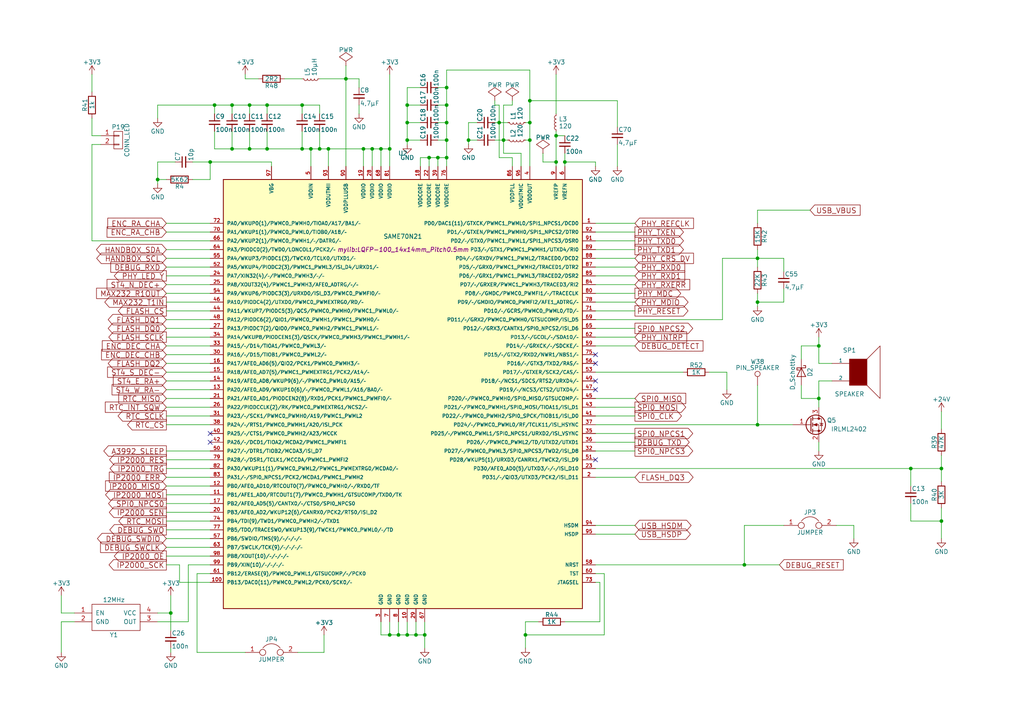
<source format=kicad_sch>
(kicad_sch (version 20231120) (generator "eeschema") (generator_version "8.0")
  (paper "A4")
  (junction (at 113.03 43.18))
  (junction (at 219.71 123.19))
  (junction (at 161.29 46.99))
  (junction (at 127 45.72))
  (junction (at 118.11 40.64))
  (junction (at 123.19 184.15))
  (junction (at 118.11 35.56))
  (junction (at 129.54 25.4))
  (junction (at 219.71 87.63))
  (junction (at 153.67 29.21))
  (junction (at 215.9 163.83))
  (junction (at 95.25 43.18))
  (junction (at 237.49 115.57))
  (junction (at 273.05 151.13))
  (junction (at 219.71 74.93))
  (junction (at 146.05 40.64))
  (junction (at 129.54 30.48))
  (junction (at 129.54 45.72))
  (junction (at 115.57 184.15))
  (junction (at 153.67 35.56))
  (junction (at 60.96 46.99))
  (junction (at 90.17 43.18))
  (junction (at 264.16 135.89))
  (junction (at 120.65 184.15))
  (junction (at 237.49 100.33))
  (junction (at 144.78 35.56))
  (junction (at 62.23 30.48))
  (junction (at 77.47 43.18))
  (junction (at 163.83 46.99))
  (junction (at 72.39 43.18))
  (junction (at 77.47 30.48))
  (junction (at 67.31 30.48))
  (junction (at 45.72 52.07))
  (junction (at 105.41 43.18))
  (junction (at 72.39 30.48))
  (junction (at 107.95 43.18))
  (junction (at 49.53 177.8))
  (junction (at 87.63 30.48))
  (junction (at 87.63 43.18))
  (junction (at 273.05 135.89))
  (junction (at 129.54 35.56))
  (junction (at 161.29 39.37))
  (junction (at 113.03 184.15))
  (junction (at 129.54 40.64))
  (junction (at 110.49 43.18))
  (junction (at 92.71 43.18))
  (junction (at 153.67 40.64))
  (junction (at 67.31 43.18))
  (junction (at 118.11 184.15))
  (junction (at 100.33 22.86))
  (junction (at 124.46 45.72))
  (junction (at 152.4 184.15))
  (junction (at 135.89 40.64))
  (junction (at 118.11 30.48))
  (no_connect (at 172.72 133.35))
  (no_connect (at 60.96 125.73))
  (no_connect (at 172.72 113.03))
  (no_connect (at 60.96 128.27))
  (no_connect (at 172.72 110.49))
  (no_connect (at 172.72 105.41))
  (no_connect (at 172.72 102.87))
  (wire (pts (xy 264.16 146.05) (xy 264.16 151.13)))
  (wire (pts (xy 72.39 33.02) (xy 72.39 30.48)))
  (wire (pts (xy 121.92 45.72) (xy 124.46 45.72)))
  (wire (pts (xy 21.59 180.34) (xy 17.78 180.34)))
  (wire (pts (xy 87.63 43.18) (xy 90.17 43.18)))
  (wire (pts (xy 57.15 189.23) (xy 71.12 189.23)))
  (wire (pts (xy 54.61 163.83) (xy 60.96 163.83)))
  (wire (pts (xy 227.33 152.4) (xy 215.9 152.4)))
  (wire (pts (xy 67.31 33.02) (xy 67.31 30.48)))
  (wire (pts (xy 87.63 30.48) (xy 92.71 30.48)))
  (wire (pts (xy 184.15 130.81) (xy 172.72 130.81)))
  (wire (pts (xy 143.51 40.64) (xy 146.05 40.64)))
  (wire (pts (xy 227.33 87.63) (xy 227.33 83.82)))
  (wire (pts (xy 105.41 43.18) (xy 107.95 43.18)))
  (wire (pts (xy 215.9 152.4) (xy 215.9 163.83)))
  (wire (pts (xy 184.15 64.77) (xy 172.72 64.77)))
  (wire (pts (xy 163.83 39.37) (xy 161.29 39.37)))
  (wire (pts (xy 173.99 180.34) (xy 163.83 180.34)))
  (wire (pts (xy 127 48.26) (xy 127 45.72)))
  (wire (pts (xy 45.72 180.34) (xy 54.61 180.34)))
  (wire (pts (xy 273.05 119.38) (xy 273.05 124.46)))
  (wire (pts (xy 172.72 128.27) (xy 184.15 128.27)))
  (wire (pts (xy 60.96 46.99) (xy 78.74 46.99)))
  (wire (pts (xy 67.31 43.18) (xy 67.31 38.1)))
  (wire (pts (xy 172.72 107.95) (xy 198.12 107.95)))
  (wire (pts (xy 17.78 177.8) (xy 21.59 177.8)))
  (wire (pts (xy 161.29 46.99) (xy 161.29 48.26)))
  (wire (pts (xy 184.15 118.11) (xy 172.72 118.11)))
  (wire (pts (xy 148.59 45.72) (xy 144.78 45.72)))
  (wire (pts (xy 219.71 87.63) (xy 227.33 87.63)))
  (wire (pts (xy 118.11 184.15) (xy 120.65 184.15)))
  (wire (pts (xy 127 45.72) (xy 129.54 45.72)))
  (wire (pts (xy 184.15 115.57) (xy 172.72 115.57)))
  (wire (pts (xy 115.57 184.15) (xy 118.11 184.15)))
  (wire (pts (xy 237.49 100.33) (xy 237.49 105.41)))
  (wire (pts (xy 72.39 30.48) (xy 77.47 30.48)))
  (wire (pts (xy 87.63 33.02) (xy 87.63 30.48)))
  (wire (pts (xy 92.71 43.18) (xy 95.25 43.18)))
  (wire (pts (xy 67.31 30.48) (xy 72.39 30.48)))
  (wire (pts (xy 26.67 34.29) (xy 26.67 39.37)))
  (wire (pts (xy 60.96 85.09) (xy 48.26 85.09)))
  (wire (pts (xy 184.15 97.79) (xy 172.72 97.79)))
  (wire (pts (xy 120.65 184.15) (xy 120.65 180.34)))
  (wire (pts (xy 146.05 30.48) (xy 148.59 30.48)))
  (wire (pts (xy 152.4 180.34) (xy 156.21 180.34)))
  (wire (pts (xy 184.15 138.43) (xy 172.72 138.43)))
  (wire (pts (xy 49.53 177.8) (xy 49.53 182.88)))
  (wire (pts (xy 151.13 48.26) (xy 151.13 44.45)))
  (wire (pts (xy 100.33 22.86) (xy 100.33 48.26)))
  (wire (pts (xy 60.96 102.87) (xy 48.26 102.87)))
  (wire (pts (xy 115.57 184.15) (xy 115.57 180.34)))
  (wire (pts (xy 48.26 146.05) (xy 60.96 146.05)))
  (wire (pts (xy 67.31 43.18) (xy 72.39 43.18)))
  (wire (pts (xy 107.95 43.18) (xy 107.95 48.26)))
  (wire (pts (xy 153.67 20.32) (xy 129.54 20.32)))
  (wire (pts (xy 184.15 125.73) (xy 172.72 125.73)))
  (wire (pts (xy 113.03 43.18) (xy 113.03 48.26)))
  (wire (pts (xy 153.67 35.56) (xy 153.67 40.64)))
  (wire (pts (xy 129.54 35.56) (xy 129.54 40.64)))
  (wire (pts (xy 45.72 52.07) (xy 45.72 53.34)))
  (wire (pts (xy 184.15 100.33) (xy 172.72 100.33)))
  (wire (pts (xy 135.89 35.56) (xy 135.89 40.64)))
  (wire (pts (xy 118.11 184.15) (xy 118.11 180.34)))
  (wire (pts (xy 237.49 110.49) (xy 237.49 115.57)))
  (wire (pts (xy 120.65 184.15) (xy 123.19 184.15)))
  (wire (pts (xy 205.74 107.95) (xy 210.82 107.95)))
  (wire (pts (xy 110.49 184.15) (xy 113.03 184.15)))
  (wire (pts (xy 232.41 111.76) (xy 232.41 115.57)))
  (wire (pts (xy 92.71 22.86) (xy 100.33 22.86)))
  (wire (pts (xy 184.15 69.85) (xy 172.72 69.85)))
  (wire (pts (xy 52.07 168.91) (xy 60.96 168.91)))
  (wire (pts (xy 163.83 44.45) (xy 163.83 46.99)))
  (wire (pts (xy 161.29 38.1) (xy 161.29 39.37)))
  (wire (pts (xy 184.15 82.55) (xy 172.72 82.55)))
  (wire (pts (xy 110.49 43.18) (xy 113.03 43.18)))
  (wire (pts (xy 48.26 100.33) (xy 60.96 100.33)))
  (wire (pts (xy 48.26 130.81) (xy 60.96 130.81)))
  (wire (pts (xy 77.47 30.48) (xy 87.63 30.48)))
  (wire (pts (xy 123.19 180.34) (xy 123.19 184.15)))
  (wire (pts (xy 62.23 30.48) (xy 67.31 30.48)))
  (wire (pts (xy 153.67 40.64) (xy 153.67 48.26)))
  (wire (pts (xy 144.78 35.56) (xy 147.32 35.56)))
  (wire (pts (xy 153.67 40.64) (xy 152.4 40.64)))
  (wire (pts (xy 77.47 43.18) (xy 87.63 43.18)))
  (wire (pts (xy 172.72 90.17) (xy 184.15 90.17)))
  (wire (pts (xy 105.41 43.18) (xy 105.41 48.26)))
  (wire (pts (xy 242.57 152.4) (xy 247.65 152.4)))
  (wire (pts (xy 219.71 74.93) (xy 227.33 74.93)))
  (wire (pts (xy 184.15 95.25) (xy 172.72 95.25)))
  (wire (pts (xy 172.72 48.26) (xy 172.72 46.99)))
  (wire (pts (xy 118.11 40.64) (xy 118.11 41.91)))
  (wire (pts (xy 219.71 72.39) (xy 219.71 74.93)))
  (wire (pts (xy 184.15 85.09) (xy 172.72 85.09)))
  (wire (pts (xy 237.49 97.79) (xy 237.49 100.33)))
  (wire (pts (xy 127 40.64) (xy 129.54 40.64)))
  (wire (pts (xy 90.17 43.18) (xy 92.71 43.18)))
  (wire (pts (xy 129.54 25.4) (xy 129.54 30.48)))
  (wire (pts (xy 60.96 74.93) (xy 48.26 74.93)))
  (wire (pts (xy 48.26 118.11) (xy 60.96 118.11)))
  (wire (pts (xy 57.15 166.37) (xy 57.15 189.23)))
  (wire (pts (xy 219.71 85.09) (xy 219.71 87.63)))
  (wire (pts (xy 129.54 40.64) (xy 129.54 45.72)))
  (wire (pts (xy 60.96 52.07) (xy 55.88 52.07)))
  (wire (pts (xy 135.89 40.64) (xy 135.89 41.91)))
  (wire (pts (xy 54.61 180.34) (xy 54.61 163.83)))
  (wire (pts (xy 219.71 87.63) (xy 219.71 88.9)))
  (wire (pts (xy 184.15 120.65) (xy 172.72 120.65)))
  (wire (pts (xy 153.67 20.32) (xy 153.67 29.21)))
  (wire (pts (xy 121.92 25.4) (xy 118.11 25.4)))
  (wire (pts (xy 62.23 33.02) (xy 62.23 30.48)))
  (wire (pts (xy 48.26 158.75) (xy 60.96 158.75)))
  (wire (pts (xy 60.96 105.41) (xy 48.26 105.41)))
  (wire (pts (xy 172.72 152.4) (xy 184.15 152.4)))
  (wire (pts (xy 232.41 100.33) (xy 237.49 100.33)))
  (wire (pts (xy 60.96 135.89) (xy 48.26 135.89)))
  (wire (pts (xy 184.15 67.31) (xy 172.72 67.31)))
  (wire (pts (xy 219.71 74.93) (xy 219.71 77.47)))
  (wire (pts (xy 172.72 135.89) (xy 264.16 135.89)))
  (wire (pts (xy 26.67 39.37) (xy 29.21 39.37)))
  (wire (pts (xy 104.14 30.48) (xy 104.14 33.02)))
  (wire (pts (xy 153.67 29.21) (xy 153.67 35.56)))
  (wire (pts (xy 52.07 163.83) (xy 52.07 168.91)))
  (wire (pts (xy 184.15 72.39) (xy 172.72 72.39)))
  (wire (pts (xy 50.8 46.99) (xy 45.72 46.99)))
  (wire (pts (xy 60.96 46.99) (xy 60.96 52.07)))
  (wire (pts (xy 232.41 104.14) (xy 232.41 100.33)))
  (wire (pts (xy 95.25 43.18) (xy 105.41 43.18)))
  (wire (pts (xy 127 35.56) (xy 129.54 35.56)))
  (wire (pts (xy 172.72 80.01) (xy 184.15 80.01)))
  (wire (pts (xy 48.26 120.65) (xy 60.96 120.65)))
  (wire (pts (xy 82.55 22.86) (xy 87.63 22.86)))
  (wire (pts (xy 72.39 43.18) (xy 77.47 43.18)))
  (wire (pts (xy 146.05 40.64) (xy 147.32 40.64)))
  (wire (pts (xy 77.47 43.18) (xy 77.47 38.1)))
  (wire (pts (xy 60.96 140.97) (xy 48.26 140.97)))
  (wire (pts (xy 49.53 189.23) (xy 49.53 187.96)))
  (wire (pts (xy 241.3 110.49) (xy 237.49 110.49)))
  (wire (pts (xy 153.67 29.21) (xy 179.07 29.21)))
  (wire (pts (xy 151.13 44.45) (xy 146.05 44.45)))
  (wire (pts (xy 234.95 60.96) (xy 219.71 60.96)))
  (wire (pts (xy 273.05 132.08) (xy 273.05 135.89)))
  (wire (pts (xy 60.96 166.37) (xy 57.15 166.37)))
  (wire (pts (xy 17.78 172.72) (xy 17.78 177.8)))
  (wire (pts (xy 60.96 148.59) (xy 48.26 148.59)))
  (wire (pts (xy 48.26 110.49) (xy 60.96 110.49)))
  (wire (pts (xy 153.67 35.56) (xy 152.4 35.56)))
  (wire (pts (xy 124.46 48.26) (xy 124.46 45.72)))
  (wire (pts (xy 146.05 44.45) (xy 146.05 40.64)))
  (wire (pts (xy 127 25.4) (xy 129.54 25.4)))
  (wire (pts (xy 48.26 87.63) (xy 60.96 87.63)))
  (wire (pts (xy 104.14 22.86) (xy 104.14 25.4)))
  (wire (pts (xy 45.72 30.48) (xy 62.23 30.48)))
  (wire (pts (xy 48.26 153.67) (xy 60.96 153.67)))
  (wire (pts (xy 148.59 48.26) (xy 148.59 45.72)))
  (wire (pts (xy 121.92 48.26) (xy 121.92 45.72)))
  (wire (pts (xy 163.83 46.99) (xy 163.83 48.26)))
  (wire (pts (xy 219.71 111.76) (xy 219.71 123.19)))
  (wire (pts (xy 179.07 48.26) (xy 179.07 41.91)))
  (wire (pts (xy 48.26 151.13) (xy 60.96 151.13)))
  (wire (pts (xy 124.46 45.72) (xy 127 45.72)))
  (wire (pts (xy 48.26 163.83) (xy 52.07 163.83)))
  (wire (pts (xy 264.16 151.13) (xy 273.05 151.13)))
  (wire (pts (xy 45.72 46.99) (xy 45.72 52.07)))
  (wire (pts (xy 148.59 30.48) (xy 148.59 29.21)))
  (wire (pts (xy 219.71 60.96) (xy 219.71 64.77)))
  (wire (pts (xy 118.11 30.48) (xy 118.11 35.56)))
  (wire (pts (xy 60.96 95.25) (xy 48.26 95.25)))
  (wire (pts (xy 232.41 115.57) (xy 237.49 115.57)))
  (wire (pts (xy 144.78 30.48) (xy 143.51 30.48)))
  (wire (pts (xy 237.49 105.41) (xy 241.3 105.41)))
  (wire (pts (xy 72.39 43.18) (xy 72.39 38.1)))
  (wire (pts (xy 60.96 115.57) (xy 48.26 115.57)))
  (wire (pts (xy 121.92 30.48) (xy 118.11 30.48)))
  (wire (pts (xy 215.9 163.83) (xy 226.06 163.83)))
  (wire (pts (xy 237.49 128.27) (xy 237.49 130.81)))
  (wire (pts (xy 77.47 33.02) (xy 77.47 30.48)))
  (wire (pts (xy 172.72 168.91) (xy 173.99 168.91)))
  (wire (pts (xy 172.72 87.63) (xy 184.15 87.63)))
  (wire (pts (xy 60.96 156.21) (xy 48.26 156.21)))
  (wire (pts (xy 210.82 107.95) (xy 210.82 113.03)))
  (wire (pts (xy 45.72 52.07) (xy 48.26 52.07)))
  (wire (pts (xy 219.71 123.19) (xy 229.87 123.19)))
  (wire (pts (xy 17.78 180.34) (xy 17.78 189.23)))
  (wire (pts (xy 172.72 123.19) (xy 219.71 123.19)))
  (wire (pts (xy 71.12 22.86) (xy 74.93 22.86)))
  (wire (pts (xy 209.55 74.93) (xy 219.71 74.93)))
  (wire (pts (xy 110.49 184.15) (xy 110.49 180.34)))
  (wire (pts (xy 45.72 34.29) (xy 45.72 30.48)))
  (wire (pts (xy 138.43 40.64) (xy 135.89 40.64)))
  (wire (pts (xy 227.33 74.93) (xy 227.33 78.74)))
  (wire (pts (xy 60.96 92.71) (xy 48.26 92.71)))
  (wire (pts (xy 95.25 43.18) (xy 95.25 48.26)))
  (wire (pts (xy 172.72 166.37) (xy 175.26 166.37)))
  (wire (pts (xy 60.96 80.01) (xy 48.26 80.01)))
  (wire (pts (xy 48.26 64.77) (xy 60.96 64.77)))
  (wire (pts (xy 118.11 25.4) (xy 118.11 30.48)))
  (wire (pts (xy 55.88 46.99) (xy 60.96 46.99)))
  (wire (pts (xy 179.07 29.21) (xy 179.07 36.83)))
  (wire (pts (xy 60.96 97.79) (xy 48.26 97.79)))
  (wire (pts (xy 29.21 41.91) (xy 26.67 41.91)))
  (wire (pts (xy 273.05 147.32) (xy 273.05 151.13)))
  (wire (pts (xy 26.67 69.85) (xy 60.96 69.85)))
  (wire (pts (xy 92.71 30.48) (xy 92.71 33.02)))
  (wire (pts (xy 92.71 43.18) (xy 92.71 38.1)))
  (wire (pts (xy 209.55 74.93) (xy 209.55 92.71)))
  (wire (pts (xy 71.12 21.59) (xy 71.12 22.86)))
  (wire (pts (xy 87.63 43.18) (xy 87.63 38.1)))
  (wire (pts (xy 100.33 19.05) (xy 100.33 22.86)))
  (wire (pts (xy 123.19 184.15) (xy 123.19 187.96)))
  (wire (pts (xy 48.26 123.19) (xy 60.96 123.19)))
  (wire (pts (xy 127 30.48) (xy 129.54 30.48)))
  (wire (pts (xy 173.99 168.91) (xy 173.99 180.34)))
  (wire (pts (xy 184.15 74.93) (xy 172.72 74.93)))
  (wire (pts (xy 48.26 138.43) (xy 60.96 138.43)))
  (wire (pts (xy 93.98 189.23) (xy 93.98 184.15)))
  (wire (pts (xy 121.92 35.56) (xy 118.11 35.56)))
  (wire (pts (xy 273.05 135.89) (xy 273.05 139.7)))
  (wire (pts (xy 184.15 77.47) (xy 172.72 77.47)))
  (wire (pts (xy 129.54 20.32) (xy 129.54 25.4)))
  (wire (pts (xy 175.26 184.15) (xy 152.4 184.15)))
  (wire (pts (xy 100.33 22.86) (xy 104.14 22.86)))
  (wire (pts (xy 62.23 38.1) (xy 62.23 43.18)))
  (wire (pts (xy 129.54 30.48) (xy 129.54 35.56)))
  (wire (pts (xy 118.11 40.64) (xy 121.92 40.64)))
  (wire (pts (xy 184.15 154.94) (xy 172.72 154.94)))
  (wire (pts (xy 144.78 35.56) (xy 144.78 30.48)))
  (wire (pts (xy 273.05 151.13) (xy 273.05 156.21)))
  (wire (pts (xy 48.26 90.17) (xy 60.96 90.17)))
  (wire (pts (xy 60.96 67.31) (xy 48.26 67.31)))
  (wire (pts (xy 60.96 133.35) (xy 48.26 133.35)))
  (wire (pts (xy 161.29 21.59) (xy 161.29 33.02)))
  (wire (pts (xy 86.36 189.23) (xy 93.98 189.23)))
  (wire (pts (xy 152.4 180.34) (xy 152.4 184.15)))
  (wire (pts (xy 143.51 30.48) (xy 143.51 29.21)))
  (wire (pts (xy 113.03 184.15) (xy 113.03 180.34)))
  (wire (pts (xy 26.67 21.59) (xy 26.67 26.67)))
  (wire (pts (xy 48.26 77.47) (xy 60.96 77.47)))
  (wire (pts (xy 48.26 82.55) (xy 60.96 82.55)))
  (wire (pts (xy 152.4 184.15) (xy 152.4 187.96)))
  (wire (pts (xy 172.72 46.99) (xy 163.83 46.99)))
  (wire (pts (xy 264.16 135.89) (xy 264.16 140.97)))
  (wire (pts (xy 129.54 45.72) (xy 129.54 48.26)))
  (wire (pts (xy 107.95 43.18) (xy 110.49 43.18)))
  (wire (pts (xy 113.03 184.15) (xy 115.57 184.15)))
  (wire (pts (xy 157.48 44.45) (xy 157.48 46.99)))
  (wire (pts (xy 264.16 135.89) (xy 273.05 135.89)))
  (wire (pts (xy 237.49 115.57) (xy 237.49 118.11)))
  (wire (pts (xy 48.26 161.29) (xy 60.96 161.29)))
  (wire (pts (xy 90.17 43.18) (xy 90.17 48.26)))
  (wire (pts (xy 146.05 40.64) (xy 146.05 30.48)))
  (wire (pts (xy 49.53 177.8) (xy 45.72 177.8)))
  (wire (pts (xy 172.72 163.83) (xy 215.9 163.83)))
  (wire (pts (xy 60.96 107.95) (xy 48.26 107.95)))
  (wire (pts (xy 110.49 43.18) (xy 110.49 48.26)))
  (wire (pts (xy 49.53 172.72) (xy 49.53 177.8)))
  (wire (pts (xy 175.26 166.37) (xy 175.26 184.15)))
  (wire (pts (xy 157.48 46.99) (xy 161.29 46.99)))
  (wire (pts (xy 161.29 39.37) (xy 161.29 46.99)))
  (wire (pts (xy 144.78 45.72) (xy 144.78 35.56)))
  (wire (pts (xy 62.23 43.18) (xy 67.31 43.18)))
  (wire (pts (xy 247.65 152.4) (xy 247.65 156.21)))
  (wire (pts (xy 78.74 46.99) (xy 78.74 48.26)))
  (wire (pts (xy 48.26 72.39) (xy 60.96 72.39)))
  (wire (pts (xy 138.43 35.56) (xy 135.89 35.56)))
  (wire (pts (xy 60.96 113.03) (xy 48.26 113.03)))
  (wire (pts (xy 143.51 35.56) (xy 144.78 35.56)))
  (wire (pts (xy 60.96 143.51) (xy 48.26 143.51)))
  (wire (pts (xy 26.67 41.91) (xy 26.67 69.85)))
  (wire (pts (xy 209.55 92.71) (xy 172.72 92.71)))
  (wire (pts (xy 113.03 21.59) (xy 113.03 43.18)))
  (wire (pts (xy 118.11 35.56) (xy 118.11 40.64)))
  (global_label "IP2000_MISO" (shape input) (at 48.26 140.97 180) (effects (font (size 1.524 1.524))) (property "Intersheetrefs" "${INTERSHEET_REFS}" (effects (hide yes))))
  (global_label "MAX232_T1IN" (shape output) (at 48.26 87.63 180) (effects (font (size 1.524 1.524))) (property "Intersheetrefs" "${INTERSHEET_REFS}" (effects (hide yes))))
  (global_label "MAX232_R1OUT" (shape input) (at 48.26 85.09 180) (effects (font (size 1.524 1.524))) (property "Intersheetrefs" "${INTERSHEET_REFS}" (effects (hide yes))))
  (global_label "SPI0_NPCS0" (shape output) (at 48.26 146.05 180) (effects (font (size 1.524 1.524))) (property "Intersheetrefs" "${INTERSHEET_REFS}" (effects (hide yes))))
  (global_label "HANDBOX_SCL" (shape bidirectional) (at 48.26 74.93 180) (effects (font (size 1.524 1.524))) (property "Intersheetrefs" "${INTERSHEET_REFS}" (effects (hide yes))))
  (global_label "ENC_RA_CHB" (shape input) (at 48.26 67.31 180) (effects (font (size 1.524 1.524))) (property "Intersheetrefs" "${INTERSHEET_REFS}" (effects (hide yes))))
  (global_label "FLASH_DQ1" (shape bidirectional) (at 48.26 92.71 180) (effects (font (size 1.524 1.524))) (property "Intersheetrefs" "${INTERSHEET_REFS}" (effects (hide yes))))
  (global_label "PHY_TXEN" (shape output) (at 184.15 67.31 0) (effects (font (size 1.524 1.524))) (property "Intersheetrefs" "${INTERSHEET_REFS}" (effects (hide yes))))
  (global_label "DEBUG_TXD" (shape output) (at 184.15 128.27 0) (effects (font (size 1.524 1.524))) (property "Intersheetrefs" "${INTERSHEET_REFS}" (effects (hide yes))))
  (global_label "FLASH_DQ3" (shape bidirectional) (at 184.15 138.43 0) (effects (font (size 1.524 1.524))) (property "Intersheetrefs" "${INTERSHEET_REFS}" (effects (hide yes))))
  (global_label "FLASH_CS" (shape output) (at 48.26 90.17 180) (effects (font (size 1.524 1.524))) (property "Intersheetrefs" "${INTERSHEET_REFS}" (effects (hide yes))))
  (global_label "DEBUG_RXD" (shape input) (at 48.26 77.47 180) (effects (font (size 1.524 1.524))) (property "Intersheetrefs" "${INTERSHEET_REFS}" (effects (hide yes))))
  (global_label "IP2000_SCK" (shape output) (at 48.26 163.83 180) (effects (font (size 1.524 1.524))) (property "Intersheetrefs" "${INTERSHEET_REFS}" (effects (hide yes))))
  (global_label "DEBUG_SWCLK" (shape input) (at 48.26 158.75 180) (effects (font (size 1.524 1.524))) (property "Intersheetrefs" "${INTERSHEET_REFS}" (effects (hide yes))))
  (global_label "DEBUG_SWDIO" (shape bidirectional) (at 48.26 156.21 180) (effects (font (size 1.524 1.524))) (property "Intersheetrefs" "${INTERSHEET_REFS}" (effects (hide yes))))
  (global_label "PHY_LED_Y" (shape output) (at 48.26 80.01 180) (effects (font (size 1.524 1.524))) (property "Intersheetrefs" "${INTERSHEET_REFS}" (effects (hide yes))))
  (global_label "IP2000_ERR" (shape input) (at 48.26 138.43 180) (effects (font (size 1.524 1.524))) (property "Intersheetrefs" "${INTERSHEET_REFS}" (effects (hide yes))))
  (global_label "ST4_E_RA+" (shape input) (at 48.26 110.49 180) (effects (font (size 1.524 1.524))) (property "Intersheetrefs" "${INTERSHEET_REFS}" (effects (hide yes))))
  (global_label "RTC_INT_SQW" (shape input) (at 48.26 118.11 180) (effects (font (size 1.524 1.524))) (property "Intersheetrefs" "${INTERSHEET_REFS}" (effects (hide yes))))
  (global_label "PHY_MDIO" (shape bidirectional) (at 184.15 87.63 0) (effects (font (size 1.524 1.524))) (property "Intersheetrefs" "${INTERSHEET_REFS}" (effects (hide yes))))
  (global_label "IP2000_SEN" (shape output) (at 48.26 148.59 180) (effects (font (size 1.524 1.524))) (property "Intersheetrefs" "${INTERSHEET_REFS}" (effects (hide yes))))
  (global_label "RTC_CS" (shape output) (at 48.26 123.19 180) (effects (font (size 1.524 1.524))) (property "Intersheetrefs" "${INTERSHEET_REFS}" (effects (hide yes))))
  (global_label "ST4_W_RA-" (shape input) (at 48.26 113.03 180) (effects (font (size 1.524 1.524))) (property "Intersheetrefs" "${INTERSHEET_REFS}" (effects (hide yes))))
  (global_label "DEBUG_DETECT" (shape input) (at 184.15 100.33 0) (effects (font (size 1.524 1.524))) (property "Intersheetrefs" "${INTERSHEET_REFS}" (effects (hide yes))))
  (global_label "FLASH_DQ0" (shape bidirectional) (at 48.26 95.25 180) (effects (font (size 1.524 1.524))) (property "Intersheetrefs" "${INTERSHEET_REFS}" (effects (hide yes))))
  (global_label "IP2000_MOSI" (shape output) (at 48.26 143.51 180) (effects (font (size 1.524 1.524))) (property "Intersheetrefs" "${INTERSHEET_REFS}" (effects (hide yes))))
  (global_label "IP2000_TRG" (shape output) (at 48.26 135.89 180) (effects (font (size 1.524 1.524))) (property "Intersheetrefs" "${INTERSHEET_REFS}" (effects (hide yes))))
  (global_label "FLASH_SCLK" (shape output) (at 48.26 97.79 180) (effects (font (size 1.524 1.524))) (property "Intersheetrefs" "${INTERSHEET_REFS}" (effects (hide yes))))
  (global_label "USB_HSDP" (shape bidirectional) (at 184.15 154.94 0) (effects (font (size 1.524 1.524))) (property "Intersheetrefs" "${INTERSHEET_REFS}" (effects (hide yes))))
  (global_label "IP2000_OE" (shape output) (at 48.26 161.29 180) (effects (font (size 1.524 1.524))) (property "Intersheetrefs" "${INTERSHEET_REFS}" (effects (hide yes))))
  (global_label "USB_VBUS" (shape input) (at 234.95 60.96 0) (effects (font (size 1.524 1.524))) (property "Intersheetrefs" "${INTERSHEET_REFS}" (effects (hide yes))))
  (global_label "SPI0_NPCS1" (shape output) (at 184.15 125.73 0) (effects (font (size 1.524 1.524))) (property "Intersheetrefs" "${INTERSHEET_REFS}" (effects (hide yes))))
  (global_label "ENC_RA_CHA" (shape input) (at 48.26 64.77 180) (effects (font (size 1.524 1.524))) (property "Intersheetrefs" "${INTERSHEET_REFS}" (effects (hide yes))))
  (global_label "PHY_TXD0" (shape output) (at 184.15 69.85 0) (effects (font (size 1.524 1.524))) (property "Intersheetrefs" "${INTERSHEET_REFS}" (effects (hide yes))))
  (global_label "PHY_RXD0" (shape input) (at 184.15 77.47 0) (effects (font (size 1.524 1.524))) (property "Intersheetrefs" "${INTERSHEET_REFS}" (effects (hide yes))))
  (global_label "USB_HSDM" (shape bidirectional) (at 184.15 152.4 0) (effects (font (size 1.524 1.524))) (property "Intersheetrefs" "${INTERSHEET_REFS}" (effects (hide yes))))
  (global_label "RTC_MISO" (shape input) (at 48.26 115.57 180) (effects (font (size 1.524 1.524))) (property "Intersheetrefs" "${INTERSHEET_REFS}" (effects (hide yes))))
  (global_label "ST4_N_DEC+" (shape input) (at 48.26 82.55 180) (effects (font (size 1.524 1.524))) (property "Intersheetrefs" "${INTERSHEET_REFS}" (effects (hide yes))))
  (global_label "SPI0_CLK" (shape output) (at 184.15 120.65 0) (effects (font (size 1.524 1.524))) (property "Intersheetrefs" "${INTERSHEET_REFS}" (effects (hide yes))))
  (global_label "DEBUG_SWO" (shape output) (at 48.26 153.67 180) (effects (font (size 1.524 1.524))) (property "Intersheetrefs" "${INTERSHEET_REFS}" (effects (hide yes))))
  (global_label "ST4_S_DEC-" (shape input) (at 48.26 107.95 180) (effects (font (size 1.524 1.524))) (property "Intersheetrefs" "${INTERSHEET_REFS}" (effects (hide yes))))
  (global_label "ENC_DEC_CHB" (shape input) (at 48.26 102.87 180) (effects (font (size 1.524 1.524))) (property "Intersheetrefs" "${INTERSHEET_REFS}" (effects (hide yes))))
  (global_label "HANDBOX_SDA" (shape bidirectional) (at 48.26 72.39 180) (effects (font (size 1.524 1.524))) (property "Intersheetrefs" "${INTERSHEET_REFS}" (effects (hide yes))))
  (global_label "PHY_RXERR" (shape input) (at 184.15 82.55 0) (effects (font (size 1.524 1.524))) (property "Intersheetrefs" "${INTERSHEET_REFS}" (effects (hide yes))))
  (global_label "SPI0_MISO" (shape input) (at 184.15 115.57 0) (effects (font (size 1.524 1.524))) (property "Intersheetrefs" "${INTERSHEET_REFS}" (effects (hide yes))))
  (global_label "SPI0_NPCS2" (shape output) (at 184.15 95.25 0) (effects (font (size 1.524 1.524))) (property "Intersheetrefs" "${INTERSHEET_REFS}" (effects (hide yes))))
  (global_label "RTC_SCLK" (shape output) (at 48.26 120.65 180) (effects (font (size 1.524 1.524))) (property "Intersheetrefs" "${INTERSHEET_REFS}" (effects (hide yes))))
  (global_label "ENC_DEC_CHA" (shape input) (at 48.26 100.33 180) (effects (font (size 1.524 1.524))) (property "Intersheetrefs" "${INTERSHEET_REFS}" (effects (hide yes))))
  (global_label "PHY_REFCLK" (shape input) (at 184.15 64.77 0) (effects (font (size 1.524 1.524))) (property "Intersheetrefs" "${INTERSHEET_REFS}" (effects (hide yes))))
  (global_label "PHY_CRS_DV" (shape input) (at 184.15 74.93 0) (effects (font (size 1.524 1.524))) (property "Intersheetrefs" "${INTERSHEET_REFS}" (effects (hide yes))))
  (global_label "SPI0_NPCS3" (shape output) (at 184.15 130.81 0) (effects (font (size 1.524 1.524))) (property "Intersheetrefs" "${INTERSHEET_REFS}" (effects (hide yes))))
  (global_label "FLASH_DQ2" (shape bidirectional) (at 48.26 105.41 180) (effects (font (size 1.524 1.524))) (property "Intersheetrefs" "${INTERSHEET_REFS}" (effects (hide yes))))
  (global_label "RTC_MOSI" (shape output) (at 48.26 151.13 180) (effects (font (size 1.524 1.524))) (property "Intersheetrefs" "${INTERSHEET_REFS}" (effects (hide yes))))
  (global_label "PHY_RXD1" (shape input) (at 184.15 80.01 0) (effects (font (size 1.524 1.524))) (property "Intersheetrefs" "${INTERSHEET_REFS}" (effects (hide yes))))
  (global_label "PHY_INTRP" (shape input) (at 184.15 97.79 0) (effects (font (size 1.524 1.524))) (property "Intersheetrefs" "${INTERSHEET_REFS}" (effects (hide yes))))
  (global_label "DEBUG_RESET" (shape input) (at 226.06 163.83 0) (effects (font (size 1.524 1.524))) (property "Intersheetrefs" "${INTERSHEET_REFS}" (effects (hide yes))))
  (global_label "PHY_MDC" (shape output) (at 184.15 85.09 0) (effects (font (size 1.524 1.524))) (property "Intersheetrefs" "${INTERSHEET_REFS}" (effects (hide yes))))
  (global_label "PHY_TXD1" (shape output) (at 184.15 72.39 0) (effects (font (size 1.524 1.524))) (property "Intersheetrefs" "${INTERSHEET_REFS}" (effects (hide yes))))
  (global_label "A3992_SLEEP" (shape output) (at 48.26 130.81 180) (effects (font (size 1.524 1.524))) (property "Intersheetrefs" "${INTERSHEET_REFS}" (effects (hide yes))))
  (global_label "PHY_RESET" (shape output) (at 184.15 90.17 0) (effects (font (size 1.524 1.524))) (property "Intersheetrefs" "${INTERSHEET_REFS}" (effects (hide yes))))
  (global_label "SPI0_MOSI" (shape output) (at 184.15 118.11 0) (effects (font (size 1.524 1.524))) (property "Intersheetrefs" "${INTERSHEET_REFS}" (effects (hide yes))))
  (global_label "IP2000_RES" (shape output) (at 48.26 133.35 180) (effects (font (size 1.524 1.524))) (property "Intersheetrefs" "${INTERSHEET_REFS}" (effects (hide yes))))
  (symbol (lib_name "TEST4-rescue:SAME70N21") (lib_id "TEST4-rescue:SAME70N21") (at 116.84 114.3 0) (unit 1)
    (property "Reference" "U2" (at 116.84 44.45 0))
    (property "Value" "SAME70N21" (at 116.84 68.58 0))
    (property "Footprint" "mylib:LQFP-100_14x14mm_Pitch0.5mm" (at 116.84 72.39 0) (effects (font (italic yes))))
  )
  (symbol (lib_name "TEST4-rescue:+3.3V") (lib_id "TEST4-rescue:+3.3V") (at 113.03 21.59 0) (unit 1)
    (property "Reference" "#PWR023" (effects (hide yes)))
    (property "Value" "+3V3" (at 113.03 18.034 0))
  )
  (symbol (lib_name "TEST4-rescue:GND") (lib_id "TEST4-rescue:GND") (at 123.19 187.96 0) (unit 1)
    (property "Reference" "#PWR024" (effects (hide yes)))
    (property "Value" "GND" (at 123.19 191.77 0))
  )
  (symbol (lib_name "TEST4-rescue:C_Small") (lib_id "TEST4-rescue:C_Small") (at 92.71 35.56 0) (unit 1)
    (property "Reference" "C15" (at 92.964 33.782 0) (effects (justify left)))
    (property "Value" "100n" (at 92.964 37.592 0) (effects (justify left)))
    (property "Footprint" "mylib:C_1206" (effects (hide yes)))
  )
  (symbol (lib_name "TEST4-rescue:C_Small") (lib_id "TEST4-rescue:C_Small") (at 87.63 35.56 0) (unit 1)
    (property "Reference" "C14" (at 87.884 33.782 0) (effects (justify left)))
    (property "Value" "100n" (at 87.884 37.592 0) (effects (justify left)))
    (property "Footprint" "mylib:C_1206" (effects (hide yes)))
  )
  (symbol (lib_name "TEST4-rescue:C_Small") (lib_id "TEST4-rescue:C_Small") (at 77.47 35.56 0) (unit 1)
    (property "Reference" "C12" (at 77.724 33.782 0) (effects (justify left)))
    (property "Value" "100n" (at 77.724 37.592 0) (effects (justify left)))
    (property "Footprint" "mylib:C_1206" (effects (hide yes)))
  )
  (symbol (lib_name "TEST4-rescue:C_Small") (lib_id "TEST4-rescue:C_Small") (at 72.39 35.56 0) (unit 1)
    (property "Reference" "C11" (at 72.644 33.782 0) (effects (justify left)))
    (property "Value" "100n" (at 72.644 37.592 0) (effects (justify left)))
    (property "Footprint" "mylib:C_1206" (effects (hide yes)))
  )
  (symbol (lib_name "TEST4-rescue:C_Small") (lib_id "TEST4-rescue:C_Small") (at 67.31 35.56 0) (unit 1)
    (property "Reference" "C10" (at 67.564 33.782 0) (effects (justify left)))
    (property "Value" "100n" (at 67.564 37.592 0) (effects (justify left)))
    (property "Footprint" "mylib:C_1206" (effects (hide yes)))
  )
  (symbol (lib_name "TEST4-rescue:C_Small") (lib_id "TEST4-rescue:C_Small") (at 62.23 35.56 0) (unit 1)
    (property "Reference" "C9" (at 62.484 33.782 0) (effects (justify left)))
    (property "Value" "100n" (at 62.484 37.592 0) (effects (justify left)))
    (property "Footprint" "mylib:C_1206" (effects (hide yes)))
  )
  (symbol (lib_name "TEST4-rescue:C_Small") (lib_id "TEST4-rescue:C_Small") (at 104.14 27.94 0) (unit 1)
    (property "Reference" "C8" (at 104.394 26.162 0) (effects (justify left)))
    (property "Value" "4,7µF" (at 104.394 29.972 0) (effects (justify left)))
    (property "Footprint" "mylib:C_1206" (effects (hide yes)))
  )
  (symbol (lib_name "TEST4-rescue:GND") (lib_id "TEST4-rescue:GND") (at 45.72 34.29 0) (unit 1)
    (property "Reference" "#PWR025" (effects (hide yes)))
    (property "Value" "GND" (at 45.72 38.1 0))
  )
  (symbol (lib_name "TEST4-rescue:C_Small") (lib_id "TEST4-rescue:C_Small") (at 124.46 30.48 90) (unit 1)
    (property "Reference" "C17" (at 122.682 30.226 0) (effects (justify left)))
    (property "Value" "100n" (at 126.492 30.226 0) (effects (justify left)))
    (property "Footprint" "mylib:C_1206" (effects (hide yes)))
  )
  (symbol (lib_name "TEST4-rescue:C_Small") (lib_id "TEST4-rescue:C_Small") (at 124.46 25.4 90) (unit 1)
    (property "Reference" "C16" (at 122.682 25.146 0) (effects (justify left)))
    (property "Value" "100n" (at 126.492 25.146 0) (effects (justify left)))
    (property "Footprint" "mylib:C_1206" (effects (hide yes)))
  )
  (symbol (lib_name "TEST4-rescue:C_Small") (lib_id "TEST4-rescue:C_Small") (at 124.46 40.64 90) (unit 1)
    (property "Reference" "C19" (at 122.682 40.386 0) (effects (justify left)))
    (property "Value" "100n" (at 126.492 40.386 0) (effects (justify left)))
    (property "Footprint" "mylib:C_1206" (effects (hide yes)))
  )
  (symbol (lib_name "TEST4-rescue:C_Small") (lib_id "TEST4-rescue:C_Small") (at 124.46 35.56 90) (unit 1)
    (property "Reference" "C18" (at 122.682 35.306 0) (effects (justify left)))
    (property "Value" "100n" (at 126.492 35.306 0) (effects (justify left)))
    (property "Footprint" "mylib:C_1206" (effects (hide yes)))
  )
  (symbol (lib_name "TEST4-rescue:GND") (lib_id "TEST4-rescue:GND") (at 118.11 41.91 0) (unit 1)
    (property "Reference" "#PWR026" (effects (hide yes)))
    (property "Value" "GND" (at 118.11 45.72 0))
  )
  (symbol (lib_name "TEST4-rescue:C_Small") (lib_id "TEST4-rescue:C_Small") (at 140.97 35.56 90) (unit 1)
    (property "Reference" "C20" (at 139.192 35.306 0) (effects (justify left)))
    (property "Value" "100n" (at 143.002 35.306 0) (effects (justify left)))
    (property "Footprint" "mylib:C_1206" (effects (hide yes)))
  )
  (symbol (lib_name "TEST4-rescue:C_Small") (lib_id "TEST4-rescue:C_Small") (at 140.97 40.64 90) (unit 1)
    (property "Reference" "C21" (at 139.192 40.386 0) (effects (justify left)))
    (property "Value" "100n" (at 143.002 40.386 0) (effects (justify left)))
    (property "Footprint" "mylib:C_1206" (effects (hide yes)))
  )
  (symbol (lib_name "TEST4-rescue:GND") (lib_id "TEST4-rescue:GND") (at 135.89 41.91 0) (unit 1)
    (property "Reference" "#PWR027" (effects (hide yes)))
    (property "Value" "GND" (at 135.89 45.72 0))
  )
  (symbol (lib_name "TEST4-rescue:PWR") (lib_id "TEST4-rescue:PWR") (at 143.51 29.21 0) (unit 1)
    (property "Reference" "#FLG028" (effects (hide yes)))
    (property "Value" "PWR" (at 143.51 24.638 0))
  )
  (symbol (lib_name "TEST4-rescue:PWR") (lib_id "TEST4-rescue:PWR") (at 148.59 29.21 0) (unit 1)
    (property "Reference" "#FLG029" (effects (hide yes)))
    (property "Value" "PWR" (at 148.59 24.638 0))
  )
  (symbol (lib_name "TEST4-rescue:C_Small") (lib_id "TEST4-rescue:C_Small") (at 53.34 46.99 90) (unit 1)
    (property "Reference" "C7" (at 51.562 46.736 0) (effects (justify left)))
    (property "Value" "10p" (at 55.372 46.736 0) (effects (justify left)))
    (property "Footprint" "mylib:C_1206" (effects (hide yes)))
  )
  (symbol (lib_name "TEST4-rescue:R") (lib_id "TEST4-rescue:R") (at 52.07 52.07 270) (unit 1)
    (property "Reference" "R4" (at 52.07 54.102 90))
    (property "Value" "5K62" (at 52.07 52.07 90))
    (property "Footprint" "mylib:R_0805" (effects (hide yes)))
  )
  (symbol (lib_name "TEST4-rescue:GND") (lib_id "TEST4-rescue:GND") (at 45.72 53.34 0) (unit 1)
    (property "Reference" "#PWR030" (effects (hide yes)))
    (property "Value" "GND" (at 45.72 57.15 0))
  )
  (symbol (lib_name "TEST4-rescue:+3.3V") (lib_id "TEST4-rescue:+3.3V") (at 161.29 21.59 0) (unit 1)
    (property "Reference" "#PWR031" (effects (hide yes)))
    (property "Value" "+3V3" (at 161.29 18.034 0))
  )
  (symbol (lib_name "TEST4-rescue:C_Small") (lib_id "TEST4-rescue:C_Small") (at 163.83 41.91 0) (unit 1)
    (property "Reference" "C22" (at 164.084 40.132 0) (effects (justify left)))
    (property "Value" "100n" (at 164.084 43.942 0) (effects (justify left)))
    (property "Footprint" "mylib:C_1206" (effects (hide yes)))
  )
  (symbol (lib_name "TEST4-rescue:GND") (lib_id "TEST4-rescue:GND") (at 172.72 48.26 0) (unit 1)
    (property "Reference" "#PWR032" (effects (hide yes)))
    (property "Value" "GND" (at 172.72 52.07 0))
  )
  (symbol (lib_name "TEST4-rescue:PWR") (lib_id "TEST4-rescue:PWR") (at 157.48 44.45 0) (unit 1)
    (property "Reference" "#FLG033" (effects (hide yes)))
    (property "Value" "PWR" (at 157.48 39.878 0))
  )
  (symbol (lib_name "TEST4-rescue:GND") (lib_id "TEST4-rescue:GND") (at 17.78 189.23 0) (unit 1)
    (property "Reference" "#PWR034" (effects (hide yes)))
    (property "Value" "GND" (at 17.78 193.04 0))
  )
  (symbol (lib_name "TEST4-rescue:OSC_XO91") (lib_id "TEST4-rescue:OSC_XO91") (at 33.02 179.07 0) (unit 1)
    (property "Reference" "Y1" (at 33.02 184.15 0))
    (property "Value" "12MHz" (at 33.02 173.99 0))
    (property "Footprint" "mylib:TCXO_53" (effects (hide yes)))
  )
  (symbol (lib_name "TEST4-rescue:+3.3V") (lib_id "TEST4-rescue:+3.3V") (at 17.78 172.72 0) (unit 1)
    (property "Reference" "#PWR035" (effects (hide yes)))
    (property "Value" "+3V3" (at 17.78 169.164 0))
  )
  (symbol (lib_name "TEST4-rescue:L_Small") (lib_id "TEST4-rescue:L_Small") (at 149.86 40.64 90) (unit 1)
    (property "Reference" "L2" (at 148.844 39.878 0) (effects (justify left)))
    (property "Value" "120" (at 150.876 39.878 0) (effects (justify left)))
    (property "Footprint" "mylib:C_1207_Reflow" (effects (hide yes)))
  )
  (symbol (lib_name "TEST4-rescue:L_Small") (lib_id "TEST4-rescue:L_Small") (at 149.86 35.56 90) (unit 1)
    (property "Reference" "L1" (at 148.844 34.798 0) (effects (justify left)))
    (property "Value" "120" (at 150.876 34.798 0) (effects (justify left)))
    (property "Footprint" "mylib:C_1207_Reflow" (effects (hide yes)))
  )
  (symbol (lib_name "TEST4-rescue:L_Small") (lib_id "TEST4-rescue:L_Small") (at 161.29 35.56 0) (unit 1)
    (property "Reference" "L3" (at 162.052 34.544 0) (effects (justify left)))
    (property "Value" "120" (at 162.052 36.576 0) (effects (justify left)))
    (property "Footprint" "mylib:C_1207_Reflow" (effects (hide yes)))
  )
  (symbol (lib_name "TEST4-rescue:Q_NMOS_GSD") (lib_id "TEST4-rescue:Q_NMOS_GSD") (at 234.95 123.19 0) (unit 1)
    (property "Reference" "Q5" (at 242.57 121.92 0) (effects (justify right)))
    (property "Value" "IRLML2402" (at 251.46 124.46 0) (effects (justify right)))
    (property "Footprint" "mylib:SOT-23" (effects (hide yes)))
  )
  (symbol (lib_name "TEST4-rescue:GND") (lib_id "TEST4-rescue:GND") (at 237.49 130.81 0) (unit 1)
    (property "Reference" "#PWR036" (effects (hide yes)))
    (property "Value" "GND" (at 237.49 134.62 0))
  )
  (symbol (lib_name "TEST4-rescue:+3.3V") (lib_id "TEST4-rescue:+3.3V") (at 237.49 97.79 0) (unit 1)
    (property "Reference" "#PWR037" (effects (hide yes)))
    (property "Value" "+3V3" (at 237.49 94.234 0))
  )
  (symbol (lib_name "TEST4-rescue:SPEAKER") (lib_id "TEST4-rescue:SPEAKER") (at 248.92 107.95 0) (unit 1)
    (property "Reference" "SP1" (at 246.38 101.6 0))
    (property "Value" "SPEAKER" (at 246.38 114.3 0))
    (property "Footprint" "mylib:DIGISOUND" (effects (hide yes)))
  )
  (symbol (lib_name "TEST4-rescue:D_Schottky") (lib_id "TEST4-rescue:D_Schottky") (at 232.41 107.95 270) (unit 1)
    (property "Reference" "D2" (at 234.95 107.95 0))
    (property "Value" "D_Schottky" (at 229.87 107.95 0))
    (property "Footprint" "mylib:SMA_Handsoldering" (effects (hide yes)))
  )
  (symbol (lib_name "TEST4-rescue:TEST_1P") (lib_id "TEST4-rescue:TEST_1P") (at 219.71 111.76 0) (unit 1)
    (property "Reference" "W38" (at 219.71 104.902 0))
    (property "Value" "PIN_SPEAKER" (at 219.71 106.68 0))
    (property "Footprint" "mylib:TestPad_09mmDrill" (effects (hide yes)))
  )
  (symbol (lib_name "TEST4-rescue:R") (lib_id "TEST4-rescue:R") (at 273.05 128.27 180) (unit 1)
    (property "Reference" "R39" (at 271.018 128.27 90))
    (property "Value" "47K" (at 273.05 128.27 90))
    (property "Footprint" "mylib:R_1206" (effects (hide yes)))
  )
  (symbol (lib_name "TEST4-rescue:R") (lib_id "TEST4-rescue:R") (at 273.05 143.51 180) (unit 1)
    (property "Reference" "R40" (at 271.018 143.51 90))
    (property "Value" "3K" (at 273.05 143.51 90))
    (property "Footprint" "mylib:R_1206" (effects (hide yes)))
  )
  (symbol (lib_name "TEST4-rescue:+24V") (lib_id "TEST4-rescue:+24V") (at 273.05 119.38 0) (unit 1)
    (property "Reference" "#PWR038" (effects (hide yes)))
    (property "Value" "+24V" (at 273.05 115.824 0))
  )
  (symbol (lib_name "TEST4-rescue:GND") (lib_id "TEST4-rescue:GND") (at 273.05 156.21 0) (unit 1)
    (property "Reference" "#PWR039" (effects (hide yes)))
    (property "Value" "GND" (at 273.05 160.02 0))
  )
  (symbol (lib_name "TEST4-rescue:C_Small") (lib_id "TEST4-rescue:C_Small") (at 264.16 143.51 0) (unit 1)
    (property "Reference" "C13" (at 264.414 141.732 0) (effects (justify left)))
    (property "Value" "100n" (at 264.414 145.542 0) (effects (justify left)))
    (property "Footprint" "mylib:C_1206" (effects (hide yes)))
  )
  (symbol (lib_name "TEST4-rescue:JUMPER") (lib_id "TEST4-rescue:JUMPER") (at 78.74 189.23 0) (unit 1)
    (property "Reference" "JP4" (at 78.74 185.42 0))
    (property "Value" "JUMPER" (at 78.74 191.262 0))
    (property "Footprint" "mylib:Pin_Header_Straight_1x02" (effects (hide yes)))
  )
  (symbol (lib_name "TEST4-rescue:+3.3V") (lib_id "TEST4-rescue:+3.3V") (at 93.98 184.15 0) (unit 1)
    (property "Reference" "#PWR040" (effects (hide yes)))
    (property "Value" "+3V3" (at 93.98 180.594 0))
  )
  (symbol (lib_name "TEST4-rescue:R") (lib_id "TEST4-rescue:R") (at 26.67 30.48 180) (unit 1)
    (property "Reference" "R41" (at 24.638 30.48 90))
    (property "Value" "1k" (at 26.67 30.48 90))
    (property "Footprint" "mylib:R_1206" (effects (hide yes)))
  )
  (symbol (lib_name "TEST4-rescue:+3.3V") (lib_id "TEST4-rescue:+3.3V") (at 26.67 21.59 0) (unit 1)
    (property "Reference" "#PWR041" (effects (hide yes)))
    (property "Value" "+3V3" (at 26.67 18.034 0))
  )
  (symbol (lib_name "TEST4-rescue:CONN_01X02") (lib_id "TEST4-rescue:CONN_01X02") (at 34.29 40.64 0) (unit 1)
    (property "Reference" "P19" (at 34.29 36.83 0))
    (property "Value" "CONN_LED" (at 36.83 40.64 90))
    (property "Footprint" "mylib:Pin_Header_Straight_1x02" (effects (hide yes)))
  )
  (symbol (lib_name "TEST4-rescue:C_Small") (lib_id "TEST4-rescue:C_Small") (at 49.53 185.42 0) (unit 1)
    (property "Reference" "C26" (at 49.784 183.642 0) (effects (justify left)))
    (property "Value" "100n" (at 49.784 187.452 0) (effects (justify left)))
    (property "Footprint" "mylib:C_1206" (effects (hide yes)))
  )
  (symbol (lib_name "TEST4-rescue:GND") (lib_id "TEST4-rescue:GND") (at 49.53 189.23 0) (unit 1)
    (property "Reference" "#PWR042" (effects (hide yes)))
    (property "Value" "GND" (at 49.53 193.04 0))
  )
  (symbol (lib_name "TEST4-rescue:+3.3V") (lib_id "TEST4-rescue:+3.3V") (at 49.53 172.72 0) (unit 1)
    (property "Reference" "#PWR043" (effects (hide yes)))
    (property "Value" "+3V3" (at 49.53 169.164 0))
  )
  (symbol (lib_name "TEST4-rescue:R") (lib_id "TEST4-rescue:R") (at 219.71 81.28 0) (unit 1)
    (property "Reference" "R43" (at 221.742 81.28 90))
    (property "Value" "22K" (at 219.71 81.28 90))
    (property "Footprint" "mylib:R_1206" (effects (hide yes)))
  )
  (symbol (lib_name "TEST4-rescue:R") (lib_id "TEST4-rescue:R") (at 219.71 68.58 0) (unit 1)
    (property "Reference" "R42" (at 221.742 68.58 90))
    (property "Value" "15K" (at 219.71 68.58 90))
    (property "Footprint" "mylib:R_1206" (effects (hide yes)))
  )
  (symbol (lib_name "TEST4-rescue:C_Small") (lib_id "TEST4-rescue:C_Small") (at 227.33 81.28 0) (unit 1)
    (property "Reference" "C55" (at 227.584 79.502 0) (effects (justify left)))
    (property "Value" "4,7µF" (at 227.584 83.312 0) (effects (justify left)))
    (property "Footprint" "mylib:C_1206" (effects (hide yes)))
  )
  (symbol (lib_name "TEST4-rescue:GND") (lib_id "TEST4-rescue:GND") (at 219.71 88.9 0) (unit 1)
    (property "Reference" "#PWR044" (effects (hide yes)))
    (property "Value" "GND" (at 219.71 92.71 0))
  )
  (symbol (lib_name "TEST4-rescue:GND") (lib_id "TEST4-rescue:GND") (at 152.4 187.96 0) (unit 1)
    (property "Reference" "#PWR045" (effects (hide yes)))
    (property "Value" "GND" (at 152.4 191.77 0))
  )
  (symbol (lib_name "TEST4-rescue:R") (lib_id "TEST4-rescue:R") (at 160.02 180.34 90) (unit 1)
    (property "Reference" "R44" (at 160.02 178.308 90))
    (property "Value" "1K" (at 160.02 180.34 90))
    (property "Footprint" "mylib:R_1206" (effects (hide yes)))
  )
  (symbol (lib_name "TEST4-rescue:L_Small") (lib_id "TEST4-rescue:L_Small") (at 90.17 22.86 90) (unit 1)
    (property "Reference" "L5" (at 89.154 22.098 0) (effects (justify left)))
    (property "Value" "10µH" (at 91.186 22.098 0) (effects (justify left)))
    (property "Footprint" "mylib:L_Chip_1210" (effects (hide yes)))
  )
  (symbol (lib_name "TEST4-rescue:R") (lib_id "TEST4-rescue:R") (at 78.74 22.86 270) (unit 1)
    (property "Reference" "R48" (at 78.74 24.892 90))
    (property "Value" "2R2" (at 78.74 22.86 90))
    (property "Footprint" "mylib:R_1206" (effects (hide yes)))
  )
  (symbol (lib_name "TEST4-rescue:GND") (lib_id "TEST4-rescue:GND") (at 104.14 33.02 0) (unit 1)
    (property "Reference" "#PWR046" (effects (hide yes)))
    (property "Value" "GND" (at 104.14 36.83 0))
  )
  (symbol (lib_name "TEST4-rescue:+3.3V") (lib_id "TEST4-rescue:+3.3V") (at 71.12 21.59 0) (unit 1)
    (property "Reference" "#PWR047" (effects (hide yes)))
    (property "Value" "+3V3" (at 71.12 18.034 0))
  )
  (symbol (lib_name "TEST4-rescue:C_Small") (lib_id "TEST4-rescue:C_Small") (at 179.07 39.37 0) (unit 1)
    (property "Reference" "C70" (at 179.324 37.592 0) (effects (justify left)))
    (property "Value" "4,7µF" (at 179.324 41.402 0) (effects (justify left)))
    (property "Footprint" "mylib:C_1206" (effects (hide yes)))
  )
  (symbol (lib_name "TEST4-rescue:GND") (lib_id "TEST4-rescue:GND") (at 179.07 48.26 0) (unit 1)
    (property "Reference" "#PWR048" (effects (hide yes)))
    (property "Value" "GND" (at 179.07 52.07 0))
  )
  (symbol (lib_name "TEST4-rescue:PWR") (lib_id "TEST4-rescue:PWR") (at 100.33 19.05 0) (unit 1)
    (property "Reference" "#FLG049" (effects (hide yes)))
    (property "Value" "PWR" (at 100.33 14.478 0))
  )
  (symbol (lib_name "TEST4-rescue:GND") (lib_id "TEST4-rescue:GND") (at 210.82 113.03 0) (unit 1)
    (property "Reference" "#PWR050" (effects (hide yes)))
    (property "Value" "GND" (at 210.82 116.84 0))
  )
  (symbol (lib_name "TEST4-rescue:R") (lib_id "TEST4-rescue:R") (at 201.93 107.95 90) (unit 1)
    (property "Reference" "R52" (at 201.93 105.918 90))
    (property "Value" "1K" (at 201.93 107.95 90))
    (property "Footprint" "mylib:R_1206" (effects (hide yes)))
  )
  (symbol (lib_name "TEST4-rescue:JUMPER") (lib_id "TEST4-rescue:JUMPER") (at 234.95 152.4 0) (unit 1)
    (property "Reference" "JP3" (at 234.95 148.59 0))
    (property "Value" "JUMPER" (at 234.95 154.432 0))
    (property "Footprint" "mylib:Pin_Header_Straight_1x02" (effects (hide yes)))
  )
  (symbol (lib_name "TEST4-rescue:GND") (lib_id "TEST4-rescue:GND") (at 247.65 156.21 0) (unit 1)
    (property "Reference" "#PWR051" (effects (hide yes)))
    (property "Value" "GND" (at 247.65 160.02 0))
  )
)
</source>
